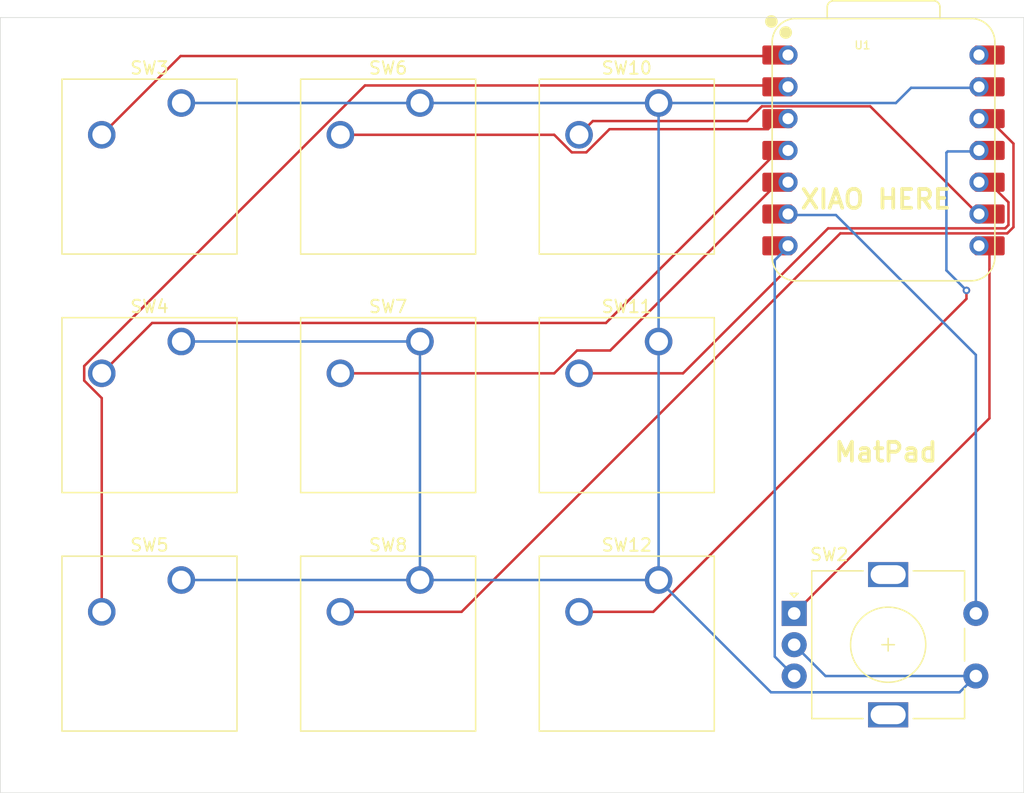
<source format=kicad_pcb>
(kicad_pcb (version 20241229) (generator "pcbnew") (generator_version "9.0")
  (layers (0 "F.Cu" signal) (2 "B.Cu" signal) (13 "F.Paste" user) (15 "B.Paste" user) (5 "F.SilkS" user "F.Silkscreen") (7 "B.SilkS" user "B.Silkscreen") (1 "F.Mask" user) (3 "B.Mask" user) (25 "Edge.Cuts" user))
  (net 0 "")
  (net 1 "+5V")
  (net 2 "GND")
  (net 3 "Net-(U1-GPIO1{slash}RX)")
  (net 4 "Net-(U1-GPIO27{slash}ADC1{slash}A1)")
  (net 5 "Net-(U1-GPIO6{slash}SDA)")
  (net 6 "Net-(U1-GPIO28{slash}ADC2{slash}A2)")
  (net 7 "Net-(U1-GPIO29{slash}ADC3{slash}A3)")
  (net 8 "Net-(U1-GPIO7{slash}SCL)")
  (net 9 "Net-(U1-3V3)")
  (net 10 "Net-(U1-GPIO2{slash}SCK)")
  (net 11 "Net-(U1-GPIO4{slash}MISO)")
  (net 12 "Net-(U1-GPIO3{slash}MOSI)")
  (net 13 "Net-(U1-GPIO0{slash}TX)")
  (net 14 "Net-(U1-GPIO26{slash}ADC0{slash}A0)")
  (footprint "Button_Switch_Keyboard:SW_Cherry_MX_1.00u_PCB" (layer "F.Cu") (at 169.2275 56.8325)
    (property "Reference" "SW10" (at -2.54 -2.794 0) (layer "F.SilkS"))
    (property "Value" "SW_Push")
    (fp_line (start -9.525 -1.905) (end 4.445 -1.905) (stroke (width 0.12)) (layer "F.SilkS"))
    (fp_line (start -9.525 12.065) (end -9.525 -1.905) (stroke (width 0.12)) (layer "F.SilkS"))
    (fp_line (start 4.445 -1.905) (end 4.445 12.065) (stroke (width 0.12)) (layer "F.SilkS"))
    (fp_line (start 4.445 12.065) (end -9.525 12.065) (stroke (width 0.12)) (layer "F.SilkS"))
    (pad "" np_thru_hole circle (at -7.62 5.08) (size 1.7 1.7) (drill 1.7) (layers "*.Cu" "*.Mask"))
    (pad "" np_thru_hole circle (at -2.54 5.08) (size 4 4) (drill 4) (layers "*.Cu" "*.Mask"))
    (pad "" np_thru_hole circle (at 2.54 5.08) (size 1.7 1.7) (drill 1.7) (layers "*.Cu" "*.Mask"))
    (pad "1" thru_hole circle (at 0 0) (size 2.2 2.2) (drill 1.5) (layers "*.Cu" "*.Mask") (net 2 "GND"))
    (pad "2" thru_hole circle (at -6.35 2.54) (size 2.2 2.2) (drill 1.5) (layers "*.Cu" "*.Mask") (net 10 "Net-(U1-GPIO2{slash}SCK)"))
  )
  (footprint "Button_Switch_Keyboard:SW_Cherry_MX_1.00u_PCB" (layer "F.Cu") (at 150.1775 75.8825)
    (property "Reference" "SW7" (at -2.54 -2.794 0) (layer "F.SilkS"))
    (property "Value" "SW_Push")
    (fp_line (start -9.525 -1.905) (end 4.445 -1.905) (stroke (width 0.12)) (layer "F.SilkS"))
    (fp_line (start -9.525 12.065) (end -9.525 -1.905) (stroke (width 0.12)) (layer "F.SilkS"))
    (fp_line (start 4.445 -1.905) (end 4.445 12.065) (stroke (width 0.12)) (layer "F.SilkS"))
    (fp_line (start 4.445 12.065) (end -9.525 12.065) (stroke (width 0.12)) (layer "F.SilkS"))
    (pad "" np_thru_hole circle (at -7.62 5.08) (size 1.7 1.7) (drill 1.7) (layers "*.Cu" "*.Mask"))
    (pad "" np_thru_hole circle (at -2.54 5.08) (size 4 4) (drill 4) (layers "*.Cu" "*.Mask"))
    (pad "" np_thru_hole circle (at 2.54 5.08) (size 1.7 1.7) (drill 1.7) (layers "*.Cu" "*.Mask"))
    (pad "1" thru_hole circle (at 0 0) (size 2.2 2.2) (drill 1.5) (layers "*.Cu" "*.Mask") (net 2 "GND"))
    (pad "2" thru_hole circle (at -6.35 2.54) (size 2.2 2.2) (drill 1.5) (layers "*.Cu" "*.Mask") (net 5 "Net-(U1-GPIO6{slash}SDA)"))
  )
  (footprint "Button_Switch_Keyboard:SW_Cherry_MX_1.00u_PCB" (layer "F.Cu") (at 169.2275 75.8825)
    (property "Reference" "SW11" (at -2.54 -2.794 0) (layer "F.SilkS"))
    (property "Value" "SW_Push")
    (fp_line (start -9.525 -1.905) (end 4.445 -1.905) (stroke (width 0.12)) (layer "F.SilkS"))
    (fp_line (start -9.525 12.065) (end -9.525 -1.905) (stroke (width 0.12)) (layer "F.SilkS"))
    (fp_line (start 4.445 -1.905) (end 4.445 12.065) (stroke (width 0.12)) (layer "F.SilkS"))
    (fp_line (start 4.445 12.065) (end -9.525 12.065) (stroke (width 0.12)) (layer "F.SilkS"))
    (pad "" np_thru_hole circle (at -7.62 5.08) (size 1.7 1.7) (drill 1.7) (layers "*.Cu" "*.Mask"))
    (pad "" np_thru_hole circle (at -2.54 5.08) (size 4 4) (drill 4) (layers "*.Cu" "*.Mask"))
    (pad "" np_thru_hole circle (at 2.54 5.08) (size 1.7 1.7) (drill 1.7) (layers "*.Cu" "*.Mask"))
    (pad "1" thru_hole circle (at 0 0) (size 2.2 2.2) (drill 1.5) (layers "*.Cu" "*.Mask") (net 2 "GND"))
    (pad "2" thru_hole circle (at -6.35 2.54) (size 2.2 2.2) (drill 1.5) (layers "*.Cu" "*.Mask") (net 11 "Net-(U1-GPIO4{slash}MISO)"))
  )
  (footprint "Button_Switch_Keyboard:SW_Cherry_MX_1.00u_PCB" (layer "F.Cu") (at 150.1775 94.9325)
    (property "Reference" "SW8" (at -2.54 -2.794 0) (layer "F.SilkS"))
    (property "Value" "SW_Push")
    (fp_line (start -9.525 -1.905) (end 4.445 -1.905) (stroke (width 0.12)) (layer "F.SilkS"))
    (fp_line (start -9.525 12.065) (end -9.525 -1.905) (stroke (width 0.12)) (layer "F.SilkS"))
    (fp_line (start 4.445 -1.905) (end 4.445 12.065) (stroke (width 0.12)) (layer "F.SilkS"))
    (fp_line (start 4.445 12.065) (end -9.525 12.065) (stroke (width 0.12)) (layer "F.SilkS"))
    (pad "" np_thru_hole circle (at -7.62 5.08) (size 1.7 1.7) (drill 1.7) (layers "*.Cu" "*.Mask"))
    (pad "" np_thru_hole circle (at -2.54 5.08) (size 4 4) (drill 4) (layers "*.Cu" "*.Mask"))
    (pad "" np_thru_hole circle (at 2.54 5.08) (size 1.7 1.7) (drill 1.7) (layers "*.Cu" "*.Mask"))
    (pad "1" thru_hole circle (at 0 0) (size 2.2 2.2) (drill 1.5) (layers "*.Cu" "*.Mask") (net 2 "GND"))
    (pad "2" thru_hole circle (at -6.35 2.54) (size 2.2 2.2) (drill 1.5) (layers "*.Cu" "*.Mask") (net 9 "Net-(U1-3V3)"))
  )
  (footprint "Button_Switch_Keyboard:SW_Cherry_MX_1.00u_PCB" (layer "F.Cu") (at 131.1275 75.8825)
    (property "Reference" "SW4" (at -2.54 -2.794 0) (layer "F.SilkS"))
    (property "Value" "SW_Push")
    (fp_line (start -9.525 -1.905) (end 4.445 -1.905) (stroke (width 0.12)) (layer "F.SilkS"))
    (fp_line (start -9.525 12.065) (end -9.525 -1.905) (stroke (width 0.12)) (layer "F.SilkS"))
    (fp_line (start 4.445 -1.905) (end 4.445 12.065) (stroke (width 0.12)) (layer "F.SilkS"))
    (fp_line (start 4.445 12.065) (end -9.525 12.065) (stroke (width 0.12)) (layer "F.SilkS"))
    (pad "" np_thru_hole circle (at -7.62 5.08) (size 1.7 1.7) (drill 1.7) (layers "*.Cu" "*.Mask"))
    (pad "" np_thru_hole circle (at -2.54 5.08) (size 4 4) (drill 4) (layers "*.Cu" "*.Mask"))
    (pad "" np_thru_hole circle (at 2.54 5.08) (size 1.7 1.7) (drill 1.7) (layers "*.Cu" "*.Mask"))
    (pad "1" thru_hole circle (at 0 0) (size 2.2 2.2) (drill 1.5) (layers "*.Cu" "*.Mask") (net 2 "GND"))
    (pad "2" thru_hole circle (at -6.35 2.54) (size 2.2 2.2) (drill 1.5) (layers "*.Cu" "*.Mask") (net 7 "Net-(U1-GPIO29{slash}ADC3{slash}A3)"))
  )
  (footprint "Button_Switch_Keyboard:SW_Cherry_MX_1.00u_PCB" (layer "F.Cu") (at 131.1275 94.9325)
    (property "Reference" "SW5" (at -2.54 -2.794 0) (layer "F.SilkS"))
    (property "Value" "SW_Push")
    (fp_line (start -9.525 -1.905) (end 4.445 -1.905) (stroke (width 0.12)) (layer "F.SilkS"))
    (fp_line (start -9.525 12.065) (end -9.525 -1.905) (stroke (width 0.12)) (layer "F.SilkS"))
    (fp_line (start 4.445 -1.905) (end 4.445 12.065) (stroke (width 0.12)) (layer "F.SilkS"))
    (fp_line (start 4.445 12.065) (end -9.525 12.065) (stroke (width 0.12)) (layer "F.SilkS"))
    (pad "" np_thru_hole circle (at -7.62 5.08) (size 1.7 1.7) (drill 1.7) (layers "*.Cu" "*.Mask"))
    (pad "" np_thru_hole circle (at -2.54 5.08) (size 4 4) (drill 4) (layers "*.Cu" "*.Mask"))
    (pad "" np_thru_hole circle (at 2.54 5.08) (size 1.7 1.7) (drill 1.7) (layers "*.Cu" "*.Mask"))
    (pad "1" thru_hole circle (at 0 0) (size 2.2 2.2) (drill 1.5) (layers "*.Cu" "*.Mask") (net 2 "GND"))
    (pad "2" thru_hole circle (at -6.35 2.54) (size 2.2 2.2) (drill 1.5) (layers "*.Cu" "*.Mask") (net 4 "Net-(U1-GPIO27{slash}ADC1{slash}A1)"))
  )
  (footprint "Rotary_Encoder:RotaryEncoder_Alps_EC11E-Switch_Vertical_H20mm" (layer "F.Cu") (at 180.05 97.6)
    (property "Reference" "SW2" (at 2.8 -4.7 0) (layer "F.SilkS"))
    (property "Value" "RotaryEncoder_Switch")
    (fp_line (start -0.3 -1.6) (end 0.3 -1.6) (stroke (width 0.12)) (layer "F.SilkS"))
    (fp_line (start 0 -1.3) (end -0.3 -1.6) (stroke (width 0.12)) (layer "F.SilkS"))
    (fp_line (start 0.3 -1.6) (end 0 -1.3) (stroke (width 0.12)) (layer "F.SilkS"))
    (fp_line (start 1.4 -3.4) (end 1.4 8.4) (stroke (width 0.12)) (layer "F.SilkS"))
    (fp_line (start 5.5 -3.4) (end 1.4 -3.4) (stroke (width 0.12)) (layer "F.SilkS"))
    (fp_line (start 5.5 8.4) (end 1.4 8.4) (stroke (width 0.12)) (layer "F.SilkS"))
    (fp_line (start 7 2.5) (end 8 2.5) (stroke (width 0.12)) (layer "F.SilkS"))
    (fp_line (start 7.5 2) (end 7.5 3) (stroke (width 0.12)) (layer "F.SilkS"))
    (fp_line (start 9.5 -3.4) (end 13.6 -3.4) (stroke (width 0.12)) (layer "F.SilkS"))
    (fp_line (start 13.6 -3.4) (end 13.6 -1) (stroke (width 0.12)) (layer "F.SilkS"))
    (fp_line (start 13.6 1.2) (end 13.6 3.8) (stroke (width 0.12)) (layer "F.SilkS"))
    (fp_line (start 13.6 6) (end 13.6 8.4) (stroke (width 0.12)) (layer "F.SilkS"))
    (fp_line (start 13.6 8.4) (end 9.5 8.4) (stroke (width 0.12)) (layer "F.SilkS"))
    (fp_circle (center 7.5 2.5) (end 10.5 2.5) (stroke (width 0.12)) (fill no) (layer "F.SilkS"))
    (pad "A" thru_hole rect (at 0 0) (size 2 2) (drill 1) (layers "*.Cu" "*.Mask") (net 3 "Net-(U1-GPIO1{slash}RX)"))
    (pad "B" thru_hole circle (at 0 5) (size 2 2) (drill 1) (layers "*.Cu" "*.Mask") (net 13 "Net-(U1-GPIO0{slash}TX)"))
    (pad "C" thru_hole circle (at 0 2.5) (size 2 2) (drill 1) (layers "*.Cu" "*.Mask") (net 2 "GND"))
    (pad "MP" thru_hole rect (at 7.5 -3.1) (size 3.2 2) (drill oval 2.8 1.5) (layers "*.Cu" "*.Mask"))
    (pad "MP" thru_hole rect (at 7.5 8.1) (size 3.2 2) (drill oval 2.8 1.5) (layers "*.Cu" "*.Mask"))
    (pad "S1" thru_hole circle (at 14.5 5) (size 2 2) (drill 1) (layers "*.Cu" "*.Mask") (net 2 "GND"))
    (pad "S2" thru_hole circle (at 14.5 0) (size 2 2) (drill 1) (layers "*.Cu" "*.Mask") (net 8 "Net-(U1-GPIO7{slash}SCL)"))
  )
  (footprint "Seeed Studio XIAO Series Library:XIAO-RP2040-DIP" (layer "F.Cu") (at 187.18 60.62)
    (property "Reference" "U1" (at -1.68 -8.4 0) (layer "F.SilkS") (effects (font (size 0.635 0.635) (thickness 0.1016))))
    (property "Value" "XIAO-RP2040-DIP")
    (fp_line (start -8.89 8.509) (end -8.89 -8.636) (stroke (width 0.127)) (layer "F.SilkS"))
    (fp_line (start -6.985 10.414) (end 6.985 10.414) (stroke (width 0.127)) (layer "F.SilkS"))
    (fp_line (start -4.495 -10.541) (end -4.491272 -11.451272) (stroke (width 0.127)) (layer "F.SilkS"))
    (fp_line (start -3.991272 -11.951) (end 4.004 -11.951) (stroke (width 0.127)) (layer "F.SilkS"))
    (fp_line (start 4.504 -11.451) (end 4.504 -10.541) (stroke (width 0.127)) (layer "F.SilkS"))
    (fp_line (start 6.985 -10.541) (end -6.985 -10.541) (stroke (width 0.1)) (layer "F.SilkS"))
    (fp_line (start 6.985 -10.541) (end -6.985 -10.541) (stroke (width 0.127)) (layer "F.SilkS"))
    (fp_line (start 8.89 8.509) (end 8.89 -8.636) (stroke (width 0.127)) (layer "F.SilkS"))
    (fp_arc (start -8.89 -8.636) (mid -8.332038 -9.983038) (end -6.985 -10.541) (stroke (width 0.127)) (layer "F.SilkS"))
    (fp_arc (start -6.985 10.414) (mid -8.332038 9.856038) (end -8.89 8.509) (stroke (width 0.127)) (layer "F.SilkS"))
    (fp_arc (start -4.491272 -11.451272) (mid -4.344728 -11.80464) (end -3.991272 -11.951) (stroke (width 0.127)) (layer "F.SilkS"))
    (fp_arc (start 4.004 -11.951) (mid 4.357553 -11.804553) (end 4.504 -11.451) (stroke (width 0.127)) (layer "F.SilkS"))
    (fp_arc (start 6.985 -10.541) (mid 8.332038 -9.983038) (end 8.89 -8.636) (stroke (width 0.127)) (layer "F.SilkS"))
    (fp_arc (start 8.89 8.509) (mid 8.332038 9.856038) (end 6.985 10.414) (stroke (width 0.127)) (layer "F.SilkS"))
    (fp_circle (center -8.95 -10.3) (end -8.95 -10.554) (stroke (width 0.5)) (fill yes) (layer "F.SilkS"))
    (fp_circle (center -7.807 -9.42) (end -7.807 -9.674) (stroke (width 0.5)) (fill yes) (layer "F.SilkS"))
    (pad "1" smd roundrect (at -8.455 -7.62 180) (size 2.432 1.524) (layers "F.Cu" "F.Mask") (roundrect_rratio 0.1) (net 14 "Net-(U1-GPIO26{slash}ADC0{slash}A0)"))
    (pad "1" thru_hole circle (at -7.62 -7.62 180) (size 1.524 1.524) (drill 0.889) (layers "*.Cu" "*.Mask") (net 14 "Net-(U1-GPIO26{slash}ADC0{slash}A0)"))
    (pad "2" smd roundrect (at -8.455 -5.08 180) (size 2.432 1.524) (layers "F.Cu" "F.Mask") (roundrect_rratio 0.1) (net 4 "Net-(U1-GPIO27{slash}ADC1{slash}A1)"))
    (pad "2" thru_hole circle (at -7.62 -5.08 180) (size 1.524 1.524) (drill 0.889) (layers "*.Cu" "*.Mask") (net 4 "Net-(U1-GPIO27{slash}ADC1{slash}A1)"))
    (pad "3" smd roundrect (at -8.455 -2.54 180) (size 2.432 1.524) (layers "F.Cu" "F.Mask") (roundrect_rratio 0.1) (net 6 "Net-(U1-GPIO28{slash}ADC2{slash}A2)"))
    (pad "3" thru_hole circle (at -7.62 -2.54 180) (size 1.524 1.524) (drill 0.889) (layers "*.Cu" "*.Mask") (net 6 "Net-(U1-GPIO28{slash}ADC2{slash}A2)"))
    (pad "4" smd roundrect (at -8.455 0 180) (size 2.432 1.524) (layers "F.Cu" "F.Mask") (roundrect_rratio 0.1) (net 7 "Net-(U1-GPIO29{slash}ADC3{slash}A3)"))
    (pad "4" thru_hole circle (at -7.62 0 180) (size 1.524 1.524) (drill 0.889) (layers "*.Cu" "*.Mask") (net 7 "Net-(U1-GPIO29{slash}ADC3{slash}A3)"))
    (pad "5" smd roundrect (at -8.455 2.54 180) (size 2.432 1.524) (layers "F.Cu" "F.Mask") (roundrect_rratio 0.1) (net 5 "Net-(U1-GPIO6{slash}SDA)"))
    (pad "5" thru_hole circle (at -7.62 2.54 180) (size 1.524 1.524) (drill 0.889) (layers "*.Cu" "*.Mask") (net 5 "Net-(U1-GPIO6{slash}SDA)"))
    (pad "6" smd roundrect (at -8.455 5.08 180) (size 2.432 1.524) (layers "F.Cu" "F.Mask") (roundrect_rratio 0.1) (net 8 "Net-(U1-GPIO7{slash}SCL)"))
    (pad "6" thru_hole circle (at -7.62 5.08 180) (size 1.524 1.524) (drill 0.889) (layers "*.Cu" "*.Mask") (net 8 "Net-(U1-GPIO7{slash}SCL)"))
    (pad "7" smd roundrect (at -8.455 7.62 180) (size 2.432 1.524) (layers "F.Cu" "F.Mask") (roundrect_rratio 0.1) (net 13 "Net-(U1-GPIO0{slash}TX)"))
    (pad "7" thru_hole circle (at -7.62 7.62 180) (size 1.524 1.524) (drill 0.889) (layers "*.Cu" "*.Mask") (net 13 "Net-(U1-GPIO0{slash}TX)"))
    (pad "8" thru_hole circle (at 7.62 7.62) (size 1.524 1.524) (drill 0.889) (layers "*.Cu" "*.Mask") (net 3 "Net-(U1-GPIO1{slash}RX)"))
    (pad "8" smd roundrect (at 8.455 7.62) (size 2.432 1.524) (layers "F.Cu" "F.Mask") (roundrect_rratio 0.1) (net 3 "Net-(U1-GPIO1{slash}RX)"))
    (pad "9" thru_hole circle (at 7.62 5.08) (size 1.524 1.524) (drill 0.889) (layers "*.Cu" "*.Mask") (net 10 "Net-(U1-GPIO2{slash}SCK)"))
    (pad "9" smd roundrect (at 8.455 5.08) (size 2.432 1.524) (layers "F.Cu" "F.Mask") (roundrect_rratio 0.1) (net 10 "Net-(U1-GPIO2{slash}SCK)"))
    (pad "10" thru_hole circle (at 7.62 2.54) (size 1.524 1.524) (drill 0.889) (layers "*.Cu" "*.Mask") (net 11 "Net-(U1-GPIO4{slash}MISO)"))
    (pad "10" smd roundrect (at 8.455 2.54) (size 2.432 1.524) (layers "F.Cu" "F.Mask") (roundrect_rratio 0.1) (net 11 "Net-(U1-GPIO4{slash}MISO)"))
    (pad "11" thru_hole circle (at 7.62 0) (size 1.524 1.524) (drill 0.889) (layers "*.Cu" "*.Mask") (net 12 "Net-(U1-GPIO3{slash}MOSI)"))
    (pad "11" smd roundrect (at 8.455 0) (size 2.432 1.524) (layers "F.Cu" "F.Mask") (roundrect_rratio 0.1) (net 12 "Net-(U1-GPIO3{slash}MOSI)"))
    (pad "12" thru_hole circle (at 7.62 -2.54) (size 1.524 1.524) (drill 0.889) (layers "*.Cu" "*.Mask") (net 9 "Net-(U1-3V3)"))
    (pad "12" smd roundrect (at 8.455 -2.54) (size 2.432 1.524) (layers "F.Cu" "F.Mask") (roundrect_rratio 0.1) (net 9 "Net-(U1-3V3)"))
    (pad "13" thru_hole circle (at 7.62 -5.08) (size 1.524 1.524) (drill 0.889) (layers "*.Cu" "*.Mask") (net 2 "GND"))
    (pad "13" smd roundrect (at 8.455 -5.08) (size 2.432 1.524) (layers "F.Cu" "F.Mask") (roundrect_rratio 0.1) (net 2 "GND"))
    (pad "14" thru_hole circle (at 7.62 -7.62) (size 1.524 1.524) (drill 0.889) (layers "*.Cu" "*.Mask") (net 1 "+5V"))
    (pad "14" smd roundrect (at 8.455 -7.62) (size 2.432 1.524) (layers "F.Cu" "F.Mask") (roundrect_rratio 0.1) (net 1 "+5V"))
  )
  (footprint "Button_Switch_Keyboard:SW_Cherry_MX_1.00u_PCB" (layer "F.Cu") (at 131.1275 56.8325)
    (property "Reference" "SW3" (at -2.54 -2.794 0) (layer "F.SilkS"))
    (property "Value" "SW_Push")
    (fp_line (start -9.525 -1.905) (end 4.445 -1.905) (stroke (width 0.12)) (layer "F.SilkS"))
    (fp_line (start -9.525 12.065) (end -9.525 -1.905) (stroke (width 0.12)) (layer "F.SilkS"))
    (fp_line (start 4.445 -1.905) (end 4.445 12.065) (stroke (width 0.12)) (layer "F.SilkS"))
    (fp_line (start 4.445 12.065) (end -9.525 12.065) (stroke (width 0.12)) (layer "F.SilkS"))
    (pad "" np_thru_hole circle (at -7.62 5.08) (size 1.7 1.7) (drill 1.7) (layers "*.Cu" "*.Mask"))
    (pad "" np_thru_hole circle (at -2.54 5.08) (size 4 4) (drill 4) (layers "*.Cu" "*.Mask"))
    (pad "" np_thru_hole circle (at 2.54 5.08) (size 1.7 1.7) (drill 1.7) (layers "*.Cu" "*.Mask"))
    (pad "1" thru_hole circle (at 0 0) (size 2.2 2.2) (drill 1.5) (layers "*.Cu" "*.Mask") (net 2 "GND"))
    (pad "2" thru_hole circle (at -6.35 2.54) (size 2.2 2.2) (drill 1.5) (layers "*.Cu" "*.Mask") (net 14 "Net-(U1-GPIO26{slash}ADC0{slash}A0)"))
  )
  (footprint "Button_Switch_Keyboard:SW_Cherry_MX_1.00u_PCB" (layer "F.Cu") (at 169.2275 94.9325)
    (property "Reference" "SW12" (at -2.54 -2.794 0) (layer "F.SilkS"))
    (property "Value" "SW_Push")
    (fp_line (start -9.525 -1.905) (end 4.445 -1.905) (stroke (width 0.12)) (layer "F.SilkS"))
    (fp_line (start -9.525 12.065) (end -9.525 -1.905) (stroke (width 0.12)) (layer "F.SilkS"))
    (fp_line (start 4.445 -1.905) (end 4.445 12.065) (stroke (width 0.12)) (layer "F.SilkS"))
    (fp_line (start 4.445 12.065) (end -9.525 12.065) (stroke (width 0.12)) (layer "F.SilkS"))
    (pad "" np_thru_hole circle (at -7.62 5.08) (size 1.7 1.7) (drill 1.7) (layers "*.Cu" "*.Mask"))
    (pad "" np_thru_hole circle (at -2.54 5.08) (size 4 4) (drill 4) (layers "*.Cu" "*.Mask"))
    (pad "" np_thru_hole circle (at 2.54 5.08) (size 1.7 1.7) (drill 1.7) (layers "*.Cu" "*.Mask"))
    (pad "1" thru_hole circle (at 0 0) (size 2.2 2.2) (drill 1.5) (layers "*.Cu" "*.Mask") (net 2 "GND"))
    (pad "2" thru_hole circle (at -6.35 2.54) (size 2.2 2.2) (drill 1.5) (layers "*.Cu" "*.Mask") (net 12 "Net-(U1-GPIO3{slash}MOSI)"))
  )
  (footprint "Button_Switch_Keyboard:SW_Cherry_MX_1.00u_PCB" (layer "F.Cu") (at 150.1775 56.8325)
    (property "Reference" "SW6" (at -2.54 -2.794 0) (layer "F.SilkS"))
    (property "Value" "SW_Push")
    (fp_line (start -9.525 -1.905) (end 4.445 -1.905) (stroke (width 0.12)) (layer "F.SilkS"))
    (fp_line (start -9.525 12.065) (end -9.525 -1.905) (stroke (width 0.12)) (layer "F.SilkS"))
    (fp_line (start 4.445 -1.905) (end 4.445 12.065) (stroke (width 0.12)) (layer "F.SilkS"))
    (fp_line (start 4.445 12.065) (end -9.525 12.065) (stroke (width 0.12)) (layer "F.SilkS"))
    (pad "" np_thru_hole circle (at -7.62 5.08) (size 1.7 1.7) (drill 1.7) (layers "*.Cu" "*.Mask"))
    (pad "" np_thru_hole circle (at -2.54 5.08) (size 4 4) (drill 4) (layers "*.Cu" "*.Mask"))
    (pad "" np_thru_hole circle (at 2.54 5.08) (size 1.7 1.7) (drill 1.7) (layers "*.Cu" "*.Mask"))
    (pad "1" thru_hole circle (at 0 0) (size 2.2 2.2) (drill 1.5) (layers "*.Cu" "*.Mask") (net 2 "GND"))
    (pad "2" thru_hole circle (at -6.35 2.54) (size 2.2 2.2) (drill 1.5) (layers "*.Cu" "*.Mask") (net 6 "Net-(U1-GPIO28{slash}ADC2{slash}A2)"))
  )
  (gr_rect (start 116.68125 50.00625) (end 198.38125 111.91875) (stroke (width 0.05)) (fill no) (layer "Edge.Cuts"))
  (gr_text "MatPad" (at 183.1 85.6 0) (layer "F.SilkS") (effects (font (size 1.5 1.5) (thickness 0.3) (bold yes)) (justify left bottom)))
  (gr_text "XIAO HERE" (at 180.4 65.4 0) (layer "F.SilkS") (effects (font (size 1.5 1.5) (thickness 0.3) (bold yes)) (justify left bottom)))
  (segment (start 150.1775 75.8825) (end 131.1275 75.8825) (width 0.2) (layer "B.Cu") (net 2))
  (segment (start 178.196 103.901) (end 193.249 103.901) (width 0.2) (layer "B.Cu") (net 2))
  (segment (start 189.38 55.62) (end 194.8 55.62) (width 0.2) (layer "B.Cu") (net 2))
  (segment (start 169.2275 75.8825) (end 169.2275 94.9325) (width 0.2) (layer "B.Cu") (net 2))
  (segment (start 131.1275 56.8325) (end 150.1775 56.8325) (width 0.2) (layer "B.Cu") (net 2))
  (segment (start 150.1775 56.8325) (end 169.2275 56.8325) (width 0.2) (layer "B.Cu") (net 2))
  (segment (start 193.249 103.901) (end 194.55 102.6) (width 0.2) (layer "B.Cu") (net 2))
  (segment (start 169.2275 94.9325) (end 178.196 103.901) (width 0.2) (layer "B.Cu") (net 2))
  (segment (start 180.05 100.1) (end 182.55 102.6) (width 0.2) (layer "B.Cu") (net 2))
  (segment (start 169.2275 94.9325) (end 150.1775 94.9325) (width 0.2) (layer "B.Cu") (net 2))
  (segment (start 169.2275 75.8825) (end 169.2275 56.8325) (width 0.2) (layer "B.Cu") (net 2))
  (segment (start 150.1775 94.9325) (end 150.1775 75.8825) (width 0.2) (layer "B.Cu") (net 2))
  (segment (start 188.1675 56.8325) (end 189.38 55.62) (width 0.2) (layer "B.Cu") (net 2))
  (segment (start 150.1775 94.9325) (end 131.1275 94.9325) (width 0.2) (layer "B.Cu") (net 2))
  (segment (start 182.55 102.6) (end 194.55 102.6) (width 0.2) (layer "B.Cu") (net 2))
  (segment (start 169.2275 56.8325) (end 188.1675 56.8325) (width 0.2) (layer "B.Cu") (net 2))
  (segment (start 180.05 97.6) (end 195.635 82.015) (width 0.2) (layer "F.Cu") (net 3))
  (segment (start 195.635 82.015) (end 195.635 68.32) (width 0.2) (layer "F.Cu") (net 3))
  (segment (start 123.3765 79.002814) (end 123.3765 77.842186) (width 0.2) (layer "F.Cu") (net 4))
  (segment (start 145.787186 55.4315) (end 178.5365 55.4315) (width 0.2) (layer "F.Cu") (net 4))
  (segment (start 123.3765 77.842186) (end 145.787186 55.4315) (width 0.2) (layer "F.Cu") (net 4))
  (segment (start 124.7775 80.403814) (end 123.3765 79.002814) (width 0.2) (layer "F.Cu") (net 4))
  (segment (start 178.5365 55.4315) (end 178.725 55.62) (width 0.2) (layer "F.Cu") (net 4))
  (segment (start 124.7775 97.4725) (end 124.7775 80.403814) (width 0.2) (layer "F.Cu") (net 4))
  (segment (start 162.718686 76.6) (end 165.365 76.6) (width 0.2) (layer "F.Cu") (net 5))
  (segment (start 143.8275 78.4225) (end 160.896186 78.4225) (width 0.2) (layer "F.Cu") (net 5))
  (segment (start 165.365 76.6) (end 178.725 63.24) (width 0.2) (layer "F.Cu") (net 5))
  (segment (start 160.896186 78.4225) (end 162.718686 76.6) (width 0.2) (layer "F.Cu") (net 5))
  (segment (start 163.457814 60.7735) (end 165.309315 58.921999) (width 0.2) (layer "F.Cu") (net 6))
  (segment (start 143.8275 59.3725) (end 160.896186 59.3725) (width 0.2) (layer "F.Cu") (net 6))
  (segment (start 177.963 58.922) (end 178.725 58.16) (width 0.2) (layer "F.Cu") (net 6))
  (segment (start 162.297186 60.7735) (end 163.457814 60.7735) (width 0.2) (layer "F.Cu") (net 6))
  (segment (start 160.896186 59.3725) (end 162.297186 60.7735) (width 0.2) (layer "F.Cu") (net 6))
  (segment (start 165.309315 58.921999) (end 177.963 58.922) (width 0.2) (layer "F.Cu") (net 6))
  (segment (start 165.025 74.4) (end 178.725 60.7) (width 0.2) (layer "F.Cu") (net 7))
  (segment (start 128.8 74.4) (end 165.025 74.4) (width 0.2) (layer "F.Cu") (net 7))
  (segment (start 124.7775 78.4225) (end 128.8 74.4) (width 0.2) (layer "F.Cu") (net 7))
  (segment (start 194.55 76.95) (end 183.38 65.78) (width 0.2) (layer "B.Cu") (net 8))
  (segment (start 183.38 65.78) (end 179.56 65.78) (width 0.2) (layer "B.Cu") (net 8))
  (segment (start 194.55 97.6) (end 194.55 76.95) (width 0.2) (layer "B.Cu") (net 8))
  (segment (start 197.553 60.078) (end 195.635 58.16) (width 0.2) (layer "F.Cu") (net 9))
  (segment (start 143.8275 97.4725) (end 153.502316 97.4725) (width 0.2) (layer "F.Cu") (net 9))
  (segment (start 153.502316 97.4725) (end 183.730816 67.244) (width 0.2) (layer "F.Cu") (net 9))
  (segment (start 183.730816 67.244) (end 197.056726 67.244) (width 0.2) (layer "F.Cu") (net 9))
  (segment (start 197.553 66.747726) (end 197.553 60.078) (width 0.2) (layer "F.Cu") (net 9))
  (segment (start 197.056726 67.244) (end 197.553 66.747726) (width 0.2) (layer "F.Cu") (net 9))
  (segment (start 176.293873 58.272501) (end 177.469374 57.097) (width 0.2) (layer "F.Cu") (net 10))
  (segment (start 186.117 57.097) (end 194.8 65.78) (width 0.2) (layer "F.Cu") (net 10))
  (segment (start 162.8775 59.3725) (end 163.977499 58.272501) (width 0.2) (layer "F.Cu") (net 10))
  (segment (start 163.977499 58.272501) (end 176.293873 58.272501) (width 0.2) (layer "F.Cu") (net 10))
  (segment (start 177.469374 57.097) (end 186.117 57.097) (width 0.2) (layer "F.Cu") (net 10))
  (segment (start 171.1775 78.4225) (end 182.757 66.843) (width 0.2) (layer "F.Cu") (net 11))
  (segment (start 197.152 64.757) (end 195.635 63.24) (width 0.2) (layer "F.Cu") (net 11))
  (segment (start 197.152 66.581626) (end 197.152 64.757) (width 0.2) (layer "F.Cu") (net 11))
  (segment (start 182.757 66.843) (end 196.890626 66.843) (width 0.2) (layer "F.Cu") (net 11))
  (segment (start 162.8775 78.4225) (end 171.1775 78.4225) (width 0.2) (layer "F.Cu") (net 11))
  (segment (start 196.890626 66.843) (end 197.152 66.581626) (width 0.2) (layer "F.Cu") (net 11))
  (segment (start 193.686813 72.586813) (end 193.8 72.473626) (width 0.2) (layer "F.Cu") (net 12))
  (segment (start 168.801126 97.4725) (end 193.686813 72.586813) (width 0.2) (layer "F.Cu") (net 12))
  (segment (start 162.8775 97.4725) (end 168.801126 97.4725) (width 0.2) (layer "F.Cu") (net 12))
  (segment (start 193.8 72.473626) (end 193.8 71.8) (width 0.2) (layer "F.Cu") (net 12))
  (via (at 193.8 71.8) (size 0.6) (drill 0.3) (layers "F.Cu" "B.Cu") (net 12))
  (segment (start 193.8 71.8) (end 192.2 70.2) (width 0.2) (layer "B.Cu") (net 12))
  (segment (start 192.3 60.7) (end 194.8 60.7) (width 0.2) (layer "B.Cu") (net 12))
  (segment (start 192.2 70.2) (end 192.2 60.8) (width 0.2) (layer "B.Cu") (net 12))
  (segment (start 192.2 60.8) (end 192.3 60.7) (width 0.2) (layer "B.Cu") (net 12))
  (segment (start 178.497 69.383) (end 179.56 68.32) (width 0.2) (layer "B.Cu") (net 13))
  (segment (start 178.497 101.047) (end 178.497 69.383) (width 0.2) (layer "B.Cu") (net 13))
  (segment (start 180.05 102.6) (end 178.497 101.047) (width 0.2) (layer "B.Cu") (net 13))
  (segment (start 124.7775 59.3725) (end 131.07 53.08) (width 0.2) (layer "F.Cu") (net 14))
  (segment (start 131.07 53.08) (end 179.56 53.08) (width 0.2) (layer "F.Cu") (net 14))
)
</source>
